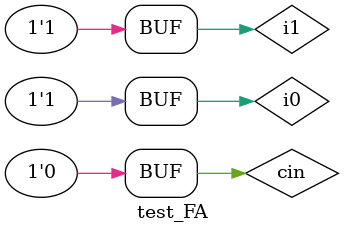
<source format=v>
`timescale 1ns/100ps

module test_FA;
	wire sum,cout;
	reg i0,i1,cin;
	FA_B DUT(sum,cout,i0,i1,cin);
	
	initial
	begin
		$dumpfile("test_circuit.vcd");
		$dumpvars(0,test_FA);
		$monitor("At t=%t i0=%b i1=%b cin=%b cout=%b sum=%b ",$time,i0,i1,cin,cout,sum);
		
		i0=0; i1=0; cin=0;
		#10 i0=1; i1=0; 
		#10 i0=0;i1=1;
		#10 i0=1; i1=1;
		#10;
	end
endmodule




</source>
